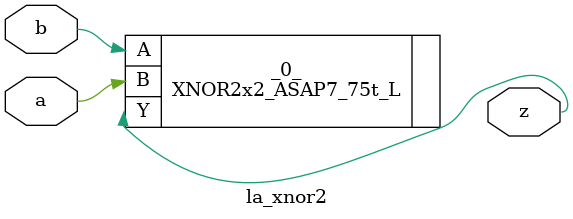
<source format=v>
/* Generated by Yosys 0.37 (git sha1 a5c7f69ed, clang 14.0.0-1ubuntu1.1 -fPIC -Os) */

module la_xnor2(a, b, z);
  input a;
  wire a;
  input b;
  wire b;
  output z;
  wire z;
  XNOR2x2_ASAP7_75t_L _0_ (
    .A(b),
    .B(a),
    .Y(z)
  );
endmodule

</source>
